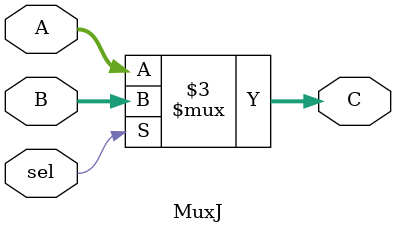
<source format=v>
`timescale 1ns/1ns

module MuxJ(
	input sel,
	input [31:0]A,
	input [31:0]B,
	output reg [31:0]C
);
	
always @*
begin
	if (sel)
		begin
		C=B;
		end
	else
		begin
		C=A;
		end
	end
	
endmodule


</source>
